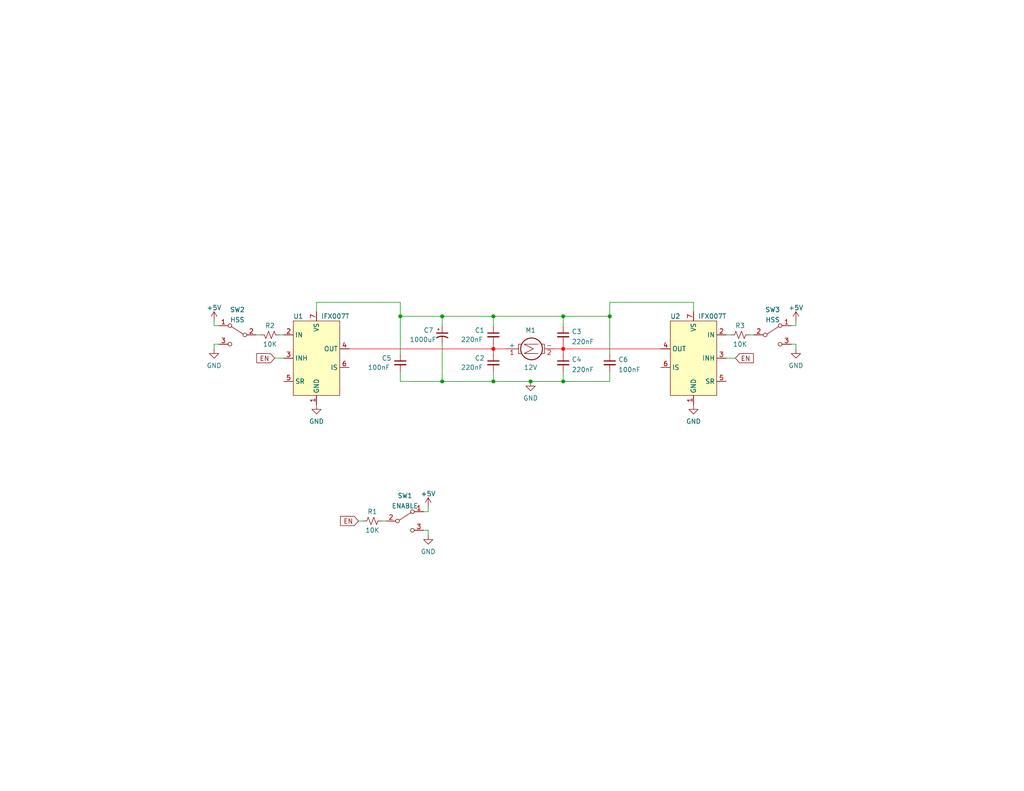
<source format=kicad_sch>
(kicad_sch (version 20211123) (generator eeschema)
  (paper "USLetter")
  (title_block (title "IFX007T Motor Driver Testing") (date "2022-01-06") (rev "A") (company "Ben Owen"))
  (lib_symbols
    (symbol "Device:C_Polarized_Small_US" (pin_numbers hide) (pin_names (offset 0.254) hide)
      (property "Reference" "C" (at 0.254 1.778 0))
      (property "Value" "C_Polarized_Small_US" (at 0.254 -2.032 0))
      (symbol "C_Polarized_Small_US_0_1"
        (polyline (pts (xy -1.524 0.508) (xy 1.524 0.508)) (stroke (width 0.3048)))
        (polyline (pts (xy -1.27 1.524) (xy -0.762 1.524)))
        (polyline (pts (xy -1.016 1.27) (xy -1.016 1.778)))
        (arc (start 1.524 -0.762) (mid 0 -0.3734) (end -1.524 -0.762) (stroke (width 0.3048)))
      )
      (symbol "C_Polarized_Small_US_1_1"
        (pin passive line (at 0 2.54 270) (length 2.032) (name "~") (number "1"))
        (pin passive line (at 0 -2.54 90) (length 2.032) (name "~") (number "2"))
      )
    )
    (symbol "Device:C_Small" (pin_numbers hide) (pin_names (offset 0.254) hide)
      (property "Reference" "C" (at 0.254 1.778 0))
      (property "Value" "C_Small" (at 0.254 -2.032 0))
      (symbol "C_Small_0_1"
        (polyline (pts (xy -1.524 -0.508) (xy 1.524 -0.508)) (stroke (width 0.3302)))
        (polyline (pts (xy -1.524 0.508) (xy 1.524 0.508)) (stroke (width 0.3048)))
      )
      (symbol "C_Small_1_1"
        (pin passive line (at 0 2.54 270) (length 2.032) (name "~") (number "1"))
        (pin passive line (at 0 -2.54 90) (length 2.032) (name "~") (number "2"))
      )
    )
    (symbol "Device:R_Small_US" (pin_numbers hide) (pin_names (offset 0.254) hide)
      (property "Reference" "R" (at 0.762 0.508 0))
      (property "Value" "R_Small_US" (at 0.762 -1.016 0))
      (symbol "R_Small_US_1_1"
        (polyline (pts (xy 0 0) (xy 1.016 -0.381) (xy 0 -0.762) (xy -1.016 -1.143) (xy 0 -1.524)))
        (polyline (pts (xy 0 1.524) (xy 1.016 1.143) (xy 0 0.762) (xy -1.016 0.381) (xy 0 0)))
        (pin passive line (at 0 2.54 270) (length 1.016) (name "~") (number "1"))
        (pin passive line (at 0 -2.54 90) (length 1.016) (name "~") (number "2"))
      )
    )
    (symbol "Driver_Motor_Other:IFX007T"
      (property "Reference" "U" (at 7.62 8.89 0))
      (property "Value" "IFX007T" (at 7.62 6.35 0))
      (symbol "IFX007T_0_1"
        (rectangle (start -6.35 10.16) (end 6.35 -10.16) (stroke (width 0.1524)) (fill (type background)))
      )
      (symbol "IFX007T_1_1"
        (pin power_in line (at 0 -12.7 90) (length 2.54) (name "GND") (number "1"))
        (pin input line (at -8.89 6.35 0) (length 2.54) (name "IN") (number "2"))
        (pin input line (at -8.89 0 0) (length 2.54) (name "INH") (number "3"))
        (pin power_out line (at 8.89 2.54 180) (length 2.54) (name "OUT") (number "4"))
        (pin input line (at -8.89 -6.35 0) (length 2.54) (name "SR") (number "5"))
        (pin output line (at 8.89 -2.54 180) (length 2.54) (name "IS") (number "6"))
        (pin power_in line (at 0 12.7 270) (length 2.54) (name "VS") (number "7"))
        (pin power_in line (at 0 -12.7 90) (length 2.54) hide (name "GND") (number "8"))
      )
    )
    (symbol "Motor:Motor_DC_ALT" (pin_names (offset 0))
      (property "Reference" "M" (at 2.54 2.54 0))
      (property "Value" "Motor_DC_ALT" (at 2.54 -5.08 0))
      (symbol "Motor_DC_ALT_0_0"
        (circle (center 0 -1.524) (radius 2.9718) (stroke (width 0.254)))
        (polyline (pts (xy -1.27 -4.318) (xy -1.27 -5.08) (xy 1.27 -5.08) (xy 1.27 -4.318)))
        (polyline (pts (xy -1.27 1.27) (xy -1.27 2.032) (xy 1.27 2.032) (xy 1.27 1.27)))
        (polyline (pts (xy -1.27 -3.302) (xy -1.27 0.508) (xy 0 -2.032) (xy 1.27 0.508) (xy 1.27 -3.302)))
      )
      (symbol "Motor_DC_ALT_0_1"
        (polyline (pts (xy 0 2.032) (xy 0 2.54)))
      )
      (symbol "Motor_DC_ALT_1_1"
        (pin passive line (at 0 5.08 270) (length 2.54) (name "+") (number "1"))
        (pin passive line (at 0 -7.62 90) (length 2.54) (name "-") (number "2"))
      )
    )
    (symbol "Switch:SW_SPDT" (pin_names (offset 0) hide)
      (property "Reference" "SW" (at 0 4.318 0))
      (property "Value" "SW_SPDT" (at 0 -5.08 0))
      (symbol "SW_SPDT_0_0"
        (circle (center -2.032 0) (radius 0.508))
        (circle (center 2.032 -2.54) (radius 0.508))
      )
      (symbol "SW_SPDT_0_1"
        (polyline (pts (xy -1.524 0.254) (xy 1.651 2.286)))
        (circle (center 2.032 2.54) (radius 0.508))
      )
      (symbol "SW_SPDT_1_1"
        (pin passive line (at 5.08 2.54 180) (length 2.54) (name "A") (number "1"))
        (pin passive line (at -5.08 0 0) (length 2.54) (name "B") (number "2"))
        (pin passive line (at 5.08 -2.54 180) (length 2.54) (name "C") (number "3"))
      )
    )
    (symbol "power:+5V" (power) (pin_names (offset 0))
      (property "Value" "+5V" (at 0 3.556 0))
      (symbol "+5V_0_1"
        (polyline (pts (xy -0.762 1.27) (xy 0 2.54)))
        (polyline (pts (xy 0 0) (xy 0 2.54)))
        (polyline (pts (xy 0 2.54) (xy 0.762 1.27)))
      )
      (symbol "+5V_1_1"
        (pin power_in line (at 0 0 90) (length 0) hide (name "+5V") (number "1"))
      )
    )
    (symbol "power:GND" (power) (pin_names (offset 0))
      (property "Value" "GND" (at 0 -3.81 0))
      (symbol "GND_0_1"
        (polyline (pts (xy 0 0) (xy 0 -1.27) (xy 1.27 -1.27) (xy 0 -2.54) (xy -1.27 -1.27) (xy 0 -1.27)))
      )
      (symbol "GND_1_1"
        (pin power_in line (at 0 0 270) (length 0) hide (name "GND") (number "1"))
      )
    )
  )
  (junction (at 120.65 86.36))
  (junction (at 134.62 95.25) (color 255 0 0 1))
  (junction (at 144.78 104.14))
  (junction (at 153.67 86.36))
  (junction (at 153.67 95.25) (color 255 0 0 1))
  (junction (at 134.62 86.36))
  (junction (at 166.37 86.36))
  (junction (at 109.22 86.36))
  (junction (at 120.65 104.14))
  (junction (at 134.62 104.14))
  (junction (at 153.67 104.14))
  (wire (pts (xy 153.67 104.14) (xy 166.37 104.14)))
  (wire (pts (xy 198.12 91.44) (xy 199.39 91.44)))
  (wire (pts (xy 97.79 142.24) (xy 99.06 142.24)))
  (wire (pts (xy 116.84 146.05) (xy 116.84 144.78)))
  (wire (pts (xy 217.17 93.98) (xy 215.9 93.98)))
  (wire (pts (xy 134.62 93.98) (xy 134.62 95.25)) (stroke (width 0) (color 255 0 0 1)))
  (wire (pts (xy 198.12 97.79) (xy 200.66 97.79)))
  (wire (pts (xy 153.67 101.6) (xy 153.67 104.14)))
  (wire (pts (xy 58.42 93.98) (xy 58.42 95.25)))
  (wire (pts (xy 116.84 144.78) (xy 115.57 144.78)))
  (wire (pts (xy 58.42 87.63) (xy 58.42 88.9)))
  (wire (pts (xy 76.2 91.44) (xy 77.47 91.44)))
  (wire (pts (xy 166.37 82.55) (xy 189.23 82.55)))
  (wire (pts (xy 153.67 104.14) (xy 144.78 104.14)))
  (wire (pts (xy 120.65 93.98) (xy 120.65 104.14)))
  (wire (pts (xy 116.84 139.7) (xy 115.57 139.7)))
  (wire (pts (xy 116.84 138.43) (xy 116.84 139.7)))
  (wire (pts (xy 109.22 104.14) (xy 120.65 104.14)))
  (wire (pts (xy 109.22 101.6) (xy 109.22 104.14)))
  (wire (pts (xy 134.62 88.9) (xy 134.62 86.36)))
  (wire (pts (xy 86.36 82.55) (xy 109.22 82.55)))
  (wire (pts (xy 109.22 86.36) (xy 120.65 86.36)))
  (wire (pts (xy 217.17 95.25) (xy 217.17 93.98)))
  (wire (pts (xy 71.12 91.44) (xy 69.85 91.44)))
  (wire (pts (xy 166.37 82.55) (xy 166.37 86.36)))
  (wire (pts (xy 151.13 95.25) (xy 153.67 95.25)) (stroke (width 0) (color 255 0 0 1)))
  (wire (pts (xy 217.17 87.63) (xy 217.17 88.9)))
  (wire (pts (xy 134.62 86.36) (xy 153.67 86.36)))
  (wire (pts (xy 74.93 97.79) (xy 77.47 97.79)))
  (wire (pts (xy 109.22 96.52) (xy 109.22 86.36)))
  (wire (pts (xy 86.36 85.09) (xy 86.36 82.55)))
  (wire (pts (xy 58.42 93.98) (xy 59.69 93.98)))
  (wire (pts (xy 189.23 82.55) (xy 189.23 85.09)))
  (wire (pts (xy 204.47 91.44) (xy 205.74 91.44)))
  (wire (pts (xy 153.67 95.25) (xy 153.67 96.52)) (stroke (width 0) (color 255 0 0 1)))
  (wire (pts (xy 153.67 95.25) (xy 180.34 95.25)) (stroke (width 0) (color 255 0 0 1)))
  (wire (pts (xy 134.62 101.6) (xy 134.62 104.14)))
  (wire (pts (xy 58.42 88.9) (xy 59.69 88.9)))
  (wire (pts (xy 166.37 86.36) (xy 153.67 86.36)))
  (wire (pts (xy 95.25 95.25) (xy 134.62 95.25)) (stroke (width 0) (color 255 0 0 1)))
  (wire (pts (xy 217.17 88.9) (xy 215.9 88.9)))
  (wire (pts (xy 120.65 86.36) (xy 134.62 86.36)))
  (wire (pts (xy 109.22 82.55) (xy 109.22 86.36)))
  (wire (pts (xy 134.62 95.25) (xy 134.62 96.52)) (stroke (width 0) (color 255 0 0 1)))
  (wire (pts (xy 104.14 142.24) (xy 105.41 142.24)))
  (wire (pts (xy 153.67 86.36) (xy 153.67 88.9)))
  (wire (pts (xy 166.37 96.52) (xy 166.37 86.36)))
  (wire (pts (xy 120.65 86.36) (xy 120.65 88.9)))
  (wire (pts (xy 120.65 104.14) (xy 134.62 104.14)))
  (wire (pts (xy 134.62 104.14) (xy 144.78 104.14)))
  (wire (pts (xy 134.62 95.25) (xy 138.43 95.25)) (stroke (width 0) (color 255 0 0 1)))
  (wire (pts (xy 153.67 93.98) (xy 153.67 95.25)) (stroke (width 0) (color 255 0 0 1)))
  (wire (pts (xy 166.37 104.14) (xy 166.37 101.6)))
  (global_label "EN" (shape input) (at 74.93 97.79 180) (property "Intersheet References" "${INTERSHEET_REFS}" (effects hide)))
  (global_label "EN" (shape input) (at 97.79 142.24 180) (property "Intersheet References" "${INTERSHEET_REFS}" (effects hide)))
  (global_label "EN" (shape input) (at 200.66 97.79 0) (property "Intersheet References" "${INTERSHEET_REFS}" (effects hide)))
  (symbol (lib_id "power:GND") (at 217.17 95.25 0) (unit 1)
    (property "Reference" "#PWR?" (effects hide))
    (property "Value" "GND" (at 217.17 99.8125 0))
  )
  (symbol (lib_id "Device:R_Small_US") (at 73.66 91.44 270) (mirror x) (unit 1)
    (property "Reference" "R2" (at 73.66 88.9 90))
    (property "Value" "10K" (at 73.66 93.98 90))
  )
  (symbol (lib_id "power:GND") (at 116.84 146.05 0) (unit 1)
    (property "Reference" "#PWR?" (effects hide))
    (property "Value" "GND" (at 116.84 150.6125 0))
  )
  (symbol (lib_id "Device:R_Small_US") (at 201.93 91.44 90) (unit 1)
    (property "Reference" "R3" (at 201.93 88.9 90))
    (property "Value" "10K" (at 201.93 93.98 90))
  )
  (symbol (lib_id "power:+5V") (at 58.42 87.63 0) (mirror y) (unit 1)
    (property "Reference" "#PWR?" (effects hide))
    (property "Value" "+5V" (at 58.42 84.0255 0))
  )
  (symbol (lib_id "Motor:Motor_DC_ALT") (at 143.51 95.25 90) (unit 1)
    (property "Reference" "M1" (at 144.78 90.17 90))
    (property "Value" "12V" (at 144.78 100.33 90))
  )
  (symbol (lib_id "Device:C_Small") (at 134.62 99.06 0) (unit 1)
    (property "Reference" "C2" (at 129.54 97.79 0) (effects (justify left)))
    (property "Value" "220nF" (at 125.73 100.33 0) (effects (justify left)))
  )
  (symbol (lib_id "Device:C_Polarized_Small_US") (at 120.65 91.44 0) (unit 1)
    (property "Reference" "C7" (at 115.57 90.17 0) (effects (justify left)))
    (property "Value" "1000uF" (at 111.76 92.71 0) (effects (justify left)))
  )
  (symbol (lib_id "power:GND") (at 58.42 95.25 0) (unit 1)
    (property "Reference" "#PWR?" (effects hide))
    (property "Value" "GND" (at 58.42 99.8125 0))
  )
  (symbol (lib_id "Device:R_Small_US") (at 101.6 142.24 90) (unit 1)
    (property "Reference" "R1" (at 101.6 139.7 90))
    (property "Value" "10K" (at 101.6 144.78 90))
  )
  (symbol (lib_id "Device:C_Small") (at 153.67 99.06 0) (unit 1)
    (property "Reference" "C4" (at 155.9941 98.1578 0) (effects (justify left)))
    (property "Value" "220nF" (at 155.9941 100.9329 0) (effects (justify left)))
  )
  (symbol (lib_id "power:GND") (at 144.78 104.14 0) (unit 1)
    (property "Reference" "#PWR?" (effects hide))
    (property "Value" "GND" (at 144.78 108.7025 0))
  )
  (symbol (lib_id "power:GND") (at 189.23 110.49 0) (unit 1)
    (property "Reference" "#PWR?" (effects hide))
    (property "Value" "GND" (at 189.23 115.0525 0))
  )
  (symbol (lib_id "power:+5V") (at 217.17 87.63 0) (unit 1)
    (property "Reference" "#PWR?" (effects hide))
    (property "Value" "+5V" (at 217.17 84.0255 0))
  )
  (symbol (lib_id "Device:C_Small") (at 153.67 91.44 0) (unit 1)
    (property "Reference" "C3" (at 155.9941 90.5378 0) (effects (justify left)))
    (property "Value" "220nF" (at 155.9941 93.3129 0) (effects (justify left)))
  )
  (symbol (lib_id "Device:C_Small") (at 109.22 99.06 0) (unit 1)
    (property "Reference" "C5" (at 104.14 97.79 0) (effects (justify left)))
    (property "Value" "100nF" (at 100.33 100.33 0) (effects (justify left)))
  )
  (symbol (lib_id "Device:C_Small") (at 134.62 91.44 0) (unit 1)
    (property "Reference" "C1" (at 129.54 90.17 0) (effects (justify left)))
    (property "Value" "220nF" (at 125.73 92.71 0) (effects (justify left)))
  )
  (symbol (lib_id "Driver_Motor_Other:IFX007T") (at 189.23 97.79 0) (mirror y) (unit 1)
    (property "Reference" "U2" (at 182.88 86.36 0) (effects (justify right)))
    (property "Value" "IFX007T" (at 190.5 86.36 0) (effects (justify right)))
  )
  (symbol (lib_id "Switch:SW_SPDT") (at 64.77 91.44 0) (mirror y) (unit 1)
    (property "Reference" "SW2" (at 64.77 84.5525 0))
    (property "Value" "HSS" (at 64.77 87.3276 0))
  )
  (symbol (lib_id "Switch:SW_SPDT") (at 210.82 91.44 0) (unit 1)
    (property "Reference" "SW3" (at 210.82 84.5525 0))
    (property "Value" "HSS" (at 210.82 87.3276 0))
  )
  (symbol (lib_id "power:+5V") (at 116.84 138.43 0) (unit 1)
    (property "Reference" "#PWR?" (effects hide))
    (property "Value" "+5V" (at 116.84 134.8255 0))
  )
  (symbol (lib_id "Device:C_Small") (at 166.37 99.06 0) (unit 1)
    (property "Reference" "C6" (at 168.6941 98.1578 0) (effects (justify left)))
    (property "Value" "100nF" (at 168.6941 100.9329 0) (effects (justify left)))
  )
  (symbol (lib_id "Switch:SW_SPDT") (at 110.49 142.24 0) (unit 1)
    (property "Reference" "SW1" (at 110.49 135.3525 0))
    (property "Value" "ENABLE" (at 110.49 138.1276 0))
  )
  (symbol (lib_id "Driver_Motor_Other:IFX007T") (at 86.36 97.79 0) (unit 1)
    (property "Reference" "U1" (at 80.01 86.36 0) (effects (justify left)))
    (property "Value" "IFX007T" (at 87.63 86.36 0) (effects (justify left)))
  )
  (symbol (lib_id "power:GND") (at 86.36 110.49 0) (unit 1)
    (property "Reference" "#PWR?" (effects hide))
    (property "Value" "GND" (at 86.36 115.0525 0))
  )
)
</source>
